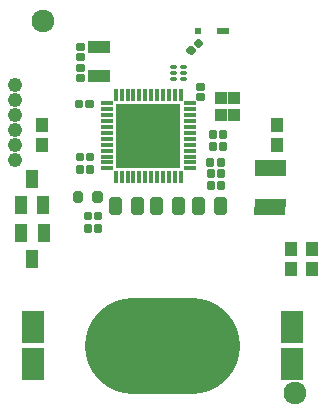
<source format=gbr>
G04 EAGLE Gerber RS-274X export*
G75*
%MOMM*%
%FSLAX34Y34*%
%LPD*%
%INSoldermask Top*%
%IPPOS*%
%AMOC8*
5,1,8,0,0,1.08239X$1,22.5*%
G01*
%ADD10C,1.927000*%
%ADD11R,0.427000X0.977000*%
%ADD12R,0.977000X0.427000*%
%ADD13R,5.377000X5.377000*%
%ADD14C,0.406869*%
%ADD15C,0.631119*%
%ADD16C,0.531859*%
%ADD17R,1.927000X1.127000*%
%ADD18R,0.977000X1.077000*%
%ADD19R,1.905000X2.667000*%
%ADD20C,8.127000*%
%ADD21R,2.627000X1.327000*%
%ADD22C,0.252588*%
%ADD23R,1.127000X1.527000*%
%ADD24R,1.127000X1.227000*%
%ADD25R,0.627000X0.627000*%
%ADD26R,1.027000X0.627000*%
%ADD27C,1.227000*%


D10*
X260760Y58880D03*
X47760Y373880D03*
D11*
X164258Y311383D03*
X159258Y311383D03*
X154258Y311383D03*
X149258Y311383D03*
X144258Y311383D03*
X139258Y311383D03*
X134258Y311383D03*
X129258Y311383D03*
X124258Y311383D03*
X119258Y311383D03*
X114258Y311383D03*
X109258Y311383D03*
D12*
X101746Y303871D03*
X101746Y298871D03*
X101746Y293871D03*
X101746Y288871D03*
X101746Y283871D03*
X101746Y278871D03*
X101746Y273871D03*
X101746Y268871D03*
X101746Y263871D03*
X101746Y258871D03*
X101746Y253871D03*
X101746Y248871D03*
D11*
X109258Y241359D03*
X114258Y241359D03*
X119258Y241359D03*
X124258Y241359D03*
X129258Y241359D03*
X134258Y241359D03*
X139258Y241359D03*
X144258Y241359D03*
X149258Y241359D03*
X154258Y241359D03*
X159258Y241359D03*
X164258Y241359D03*
D12*
X171770Y248871D03*
X171770Y253871D03*
X171770Y258871D03*
X171770Y263871D03*
X171770Y268871D03*
X171770Y273871D03*
X171770Y278871D03*
X171770Y283871D03*
X171770Y288871D03*
X171770Y293871D03*
X171770Y298871D03*
X171770Y303871D03*
D13*
X136758Y276371D03*
D14*
X86648Y210529D02*
X84046Y210529D01*
X86648Y210529D02*
X86648Y207327D01*
X84046Y207327D01*
X84046Y210529D01*
X92646Y207327D02*
X95248Y207327D01*
X92646Y207327D02*
X92646Y210529D01*
X95248Y210529D01*
X95248Y207327D01*
X86648Y200242D02*
X84046Y200242D01*
X86648Y200242D02*
X86648Y197040D01*
X84046Y197040D01*
X84046Y200242D01*
X92646Y197040D02*
X95248Y197040D01*
X92646Y197040D02*
X92646Y200242D01*
X95248Y200242D01*
X95248Y197040D01*
X187672Y256001D02*
X190274Y256001D01*
X190274Y252799D01*
X187672Y252799D01*
X187672Y256001D01*
X196272Y252799D02*
X198874Y252799D01*
X196272Y252799D02*
X196272Y256001D01*
X198874Y256001D01*
X198874Y252799D01*
X199001Y243020D02*
X196399Y243020D01*
X196399Y246222D01*
X199001Y246222D01*
X199001Y243020D01*
X190401Y246222D02*
X187799Y246222D01*
X190401Y246222D02*
X190401Y243020D01*
X187799Y243020D01*
X187799Y246222D01*
X79973Y249606D02*
X77371Y249606D01*
X79973Y249606D02*
X79973Y246404D01*
X77371Y246404D01*
X77371Y249606D01*
X85971Y246404D02*
X88573Y246404D01*
X85971Y246404D02*
X85971Y249606D01*
X88573Y249606D01*
X88573Y246404D01*
X77338Y342345D02*
X77338Y344947D01*
X80540Y344947D01*
X80540Y342345D01*
X77338Y342345D01*
X80540Y350945D02*
X80540Y353547D01*
X80540Y350945D02*
X77338Y350945D01*
X77338Y353547D01*
X80540Y353547D01*
X80714Y335556D02*
X80714Y332954D01*
X77512Y332954D01*
X77512Y335556D01*
X80714Y335556D01*
X77512Y326956D02*
X77512Y324354D01*
X77512Y326956D02*
X80714Y326956D01*
X80714Y324354D01*
X77512Y324354D01*
X85258Y302202D02*
X87860Y302202D01*
X85258Y302202D02*
X85258Y305404D01*
X87860Y305404D01*
X87860Y302202D01*
X79260Y305404D02*
X76658Y305404D01*
X79260Y305404D02*
X79260Y302202D01*
X76658Y302202D01*
X76658Y305404D01*
X85988Y257244D02*
X88590Y257244D01*
X85988Y257244D02*
X85988Y260446D01*
X88590Y260446D01*
X88590Y257244D01*
X79990Y260446D02*
X77388Y260446D01*
X79990Y260446D02*
X79990Y257244D01*
X77388Y257244D01*
X77388Y260446D01*
X189577Y269590D02*
X192179Y269590D01*
X192179Y266388D01*
X189577Y266388D01*
X189577Y269590D01*
X198177Y266388D02*
X200779Y266388D01*
X198177Y266388D02*
X198177Y269590D01*
X200779Y269590D01*
X200779Y266388D01*
X190401Y236062D02*
X187799Y236062D01*
X190401Y236062D02*
X190401Y232860D01*
X187799Y232860D01*
X187799Y236062D01*
X196399Y232860D02*
X199001Y232860D01*
X196399Y232860D02*
X196399Y236062D01*
X199001Y236062D01*
X199001Y232860D01*
D15*
X181083Y222089D02*
X176123Y222089D01*
X181083Y222089D02*
X181083Y212929D01*
X176123Y212929D01*
X176123Y222089D01*
X176123Y218924D02*
X181083Y218924D01*
X194823Y212929D02*
X199783Y212929D01*
X194823Y212929D02*
X194823Y222089D01*
X199783Y222089D01*
X199783Y212929D01*
X199783Y218924D02*
X194823Y218924D01*
X130001Y213013D02*
X125041Y213013D01*
X125041Y222173D01*
X130001Y222173D01*
X130001Y213013D01*
X130001Y219008D02*
X125041Y219008D01*
X111301Y222173D02*
X106341Y222173D01*
X111301Y222173D02*
X111301Y213013D01*
X106341Y213013D01*
X106341Y222173D01*
X106341Y219008D02*
X111301Y219008D01*
D14*
X189577Y279242D02*
X192179Y279242D01*
X192179Y276040D01*
X189577Y276040D01*
X189577Y279242D01*
X198177Y276040D02*
X200779Y276040D01*
X198177Y276040D02*
X198177Y279242D01*
X200779Y279242D01*
X200779Y276040D01*
X178867Y308438D02*
X178867Y311040D01*
X182069Y311040D01*
X182069Y308438D01*
X178867Y308438D01*
X182069Y317038D02*
X182069Y319640D01*
X182069Y317038D02*
X178867Y317038D01*
X178867Y319640D01*
X182069Y319640D01*
D16*
X95536Y221675D02*
X91684Y221675D01*
X91684Y226927D01*
X95536Y226927D01*
X95536Y221675D01*
X95536Y226728D02*
X91684Y226728D01*
X79136Y226927D02*
X75284Y226927D01*
X79136Y226927D02*
X79136Y221675D01*
X75284Y221675D01*
X75284Y226927D01*
X75284Y226728D02*
X79136Y226728D01*
D15*
X159739Y212964D02*
X164699Y212964D01*
X159739Y212964D02*
X159739Y222124D01*
X164699Y222124D01*
X164699Y212964D01*
X164699Y218959D02*
X159739Y218959D01*
X145999Y222124D02*
X141039Y222124D01*
X145999Y222124D02*
X145999Y212964D01*
X141039Y212964D01*
X141039Y222124D01*
X141039Y218959D02*
X145999Y218959D01*
D17*
X95136Y351784D03*
X95136Y326784D03*
D18*
X198219Y308146D03*
X198219Y293646D03*
X209719Y293646D03*
X209719Y308146D03*
D14*
X179010Y352930D02*
X180910Y354707D01*
X179010Y352930D02*
X176824Y355267D01*
X178724Y357044D01*
X180910Y354707D01*
X178956Y356796D02*
X178459Y356796D01*
X172444Y351168D02*
X170544Y349391D01*
X172444Y351168D02*
X174630Y348831D01*
X172730Y347054D01*
X170544Y349391D01*
X172179Y350920D02*
X172676Y350920D01*
D19*
X38873Y114140D03*
D20*
X123873Y98640D02*
X173873Y98640D01*
D19*
X258873Y114140D03*
X38873Y83140D03*
X258873Y83140D03*
D21*
G36*
X253180Y242259D02*
X226912Y242488D01*
X227028Y255757D01*
X253296Y255528D01*
X253180Y242259D01*
G37*
G36*
X252892Y209260D02*
X226624Y209489D01*
X226740Y222758D01*
X253008Y222529D01*
X252892Y209260D01*
G37*
D22*
X159246Y329447D02*
X156002Y329447D01*
X156002Y330691D01*
X159246Y330691D01*
X159246Y329447D01*
X164202Y329447D02*
X167446Y329447D01*
X164202Y329447D02*
X164202Y330691D01*
X167446Y330691D01*
X167446Y329447D01*
X159246Y334447D02*
X156002Y334447D01*
X156002Y335691D01*
X159246Y335691D01*
X159246Y334447D01*
X164202Y334447D02*
X167446Y334447D01*
X164202Y334447D02*
X164202Y335691D01*
X167446Y335691D01*
X167446Y334447D01*
X159246Y324447D02*
X156002Y324447D01*
X156002Y325691D01*
X159246Y325691D01*
X159246Y324447D01*
X164202Y324447D02*
X167446Y324447D01*
X164202Y324447D02*
X164202Y325691D01*
X167446Y325691D01*
X167446Y324447D01*
D23*
X38635Y172175D03*
X29135Y194175D03*
X48135Y194175D03*
X38381Y240175D03*
X47881Y218175D03*
X28881Y218175D03*
D24*
X47000Y285500D03*
X47000Y268500D03*
X246136Y268977D03*
X246136Y285977D03*
X275000Y163500D03*
X275000Y180500D03*
X258000Y163500D03*
X258000Y180500D03*
D25*
X178884Y364904D03*
D26*
X200000Y365000D03*
D27*
X24000Y319527D03*
X23944Y306849D03*
X23960Y294156D03*
X24022Y281472D03*
X24000Y256000D03*
X24000Y268707D03*
M02*

</source>
